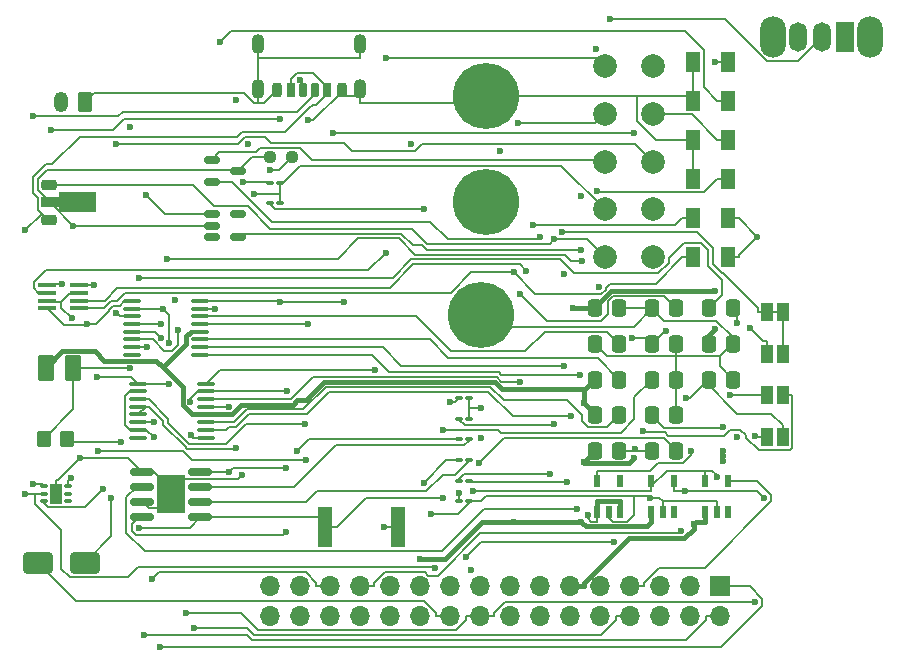
<source format=gbr>
%TF.GenerationSoftware,KiCad,Pcbnew,9.0.0*%
%TF.CreationDate,2025-03-28T15:52:13+02:00*%
%TF.ProjectId,EEE3088F_2025_Project,45454533-3038-4384-965f-323032355f50,rev?*%
%TF.SameCoordinates,Original*%
%TF.FileFunction,Copper,L1,Top*%
%TF.FilePolarity,Positive*%
%FSLAX46Y46*%
G04 Gerber Fmt 4.6, Leading zero omitted, Abs format (unit mm)*
G04 Created by KiCad (PCBNEW 9.0.0) date 2025-03-28 15:52:13*
%MOMM*%
%LPD*%
G01*
G04 APERTURE LIST*
G04 Aperture macros list*
%AMRoundRect*
0 Rectangle with rounded corners*
0 $1 Rounding radius*
0 $2 $3 $4 $5 $6 $7 $8 $9 X,Y pos of 4 corners*
0 Add a 4 corners polygon primitive as box body*
4,1,4,$2,$3,$4,$5,$6,$7,$8,$9,$2,$3,0*
0 Add four circle primitives for the rounded corners*
1,1,$1+$1,$2,$3*
1,1,$1+$1,$4,$5*
1,1,$1+$1,$6,$7*
1,1,$1+$1,$8,$9*
0 Add four rect primitives between the rounded corners*
20,1,$1+$1,$2,$3,$4,$5,0*
20,1,$1+$1,$4,$5,$6,$7,0*
20,1,$1+$1,$6,$7,$8,$9,0*
20,1,$1+$1,$8,$9,$2,$3,0*%
%AMFreePoly0*
4,1,9,3.862500,-0.866500,0.737500,-0.866500,0.737500,-0.450000,-0.737500,-0.450000,-0.737500,0.450000,0.737500,0.450000,0.737500,0.866500,3.862500,0.866500,3.862500,-0.866500,3.862500,-0.866500,$1*%
G04 Aperture macros list end*
%TA.AperFunction,SMDPad,CuDef*%
%ADD10RoundRect,0.100000X-0.217500X-0.100000X0.217500X-0.100000X0.217500X0.100000X-0.217500X0.100000X0*%
%TD*%
%TA.AperFunction,SMDPad,CuDef*%
%ADD11RoundRect,0.150000X-0.512500X-0.150000X0.512500X-0.150000X0.512500X0.150000X-0.512500X0.150000X0*%
%TD*%
%TA.AperFunction,SMDPad,CuDef*%
%ADD12RoundRect,0.237500X-0.250000X-0.237500X0.250000X-0.237500X0.250000X0.237500X-0.250000X0.237500X0*%
%TD*%
%TA.AperFunction,SMDPad,CuDef*%
%ADD13R,0.622500X1.105000*%
%TD*%
%TA.AperFunction,SMDPad,CuDef*%
%ADD14RoundRect,0.100000X-0.680000X-0.100000X0.680000X-0.100000X0.680000X0.100000X-0.680000X0.100000X0*%
%TD*%
%TA.AperFunction,SMDPad,CuDef*%
%ADD15RoundRect,0.225000X-0.425000X-0.225000X0.425000X-0.225000X0.425000X0.225000X-0.425000X0.225000X0*%
%TD*%
%TA.AperFunction,SMDPad,CuDef*%
%ADD16FreePoly0,0.000000*%
%TD*%
%TA.AperFunction,SMDPad,CuDef*%
%ADD17RoundRect,0.150000X-0.825000X-0.150000X0.825000X-0.150000X0.825000X0.150000X-0.825000X0.150000X0*%
%TD*%
%TA.AperFunction,HeatsinkPad*%
%ADD18C,0.500000*%
%TD*%
%TA.AperFunction,HeatsinkPad*%
%ADD19R,2.410000X3.300000*%
%TD*%
%TA.AperFunction,SMDPad,CuDef*%
%ADD20RoundRect,0.075000X-0.247500X-0.075000X0.247500X-0.075000X0.247500X0.075000X-0.247500X0.075000X0*%
%TD*%
%TA.AperFunction,HeatsinkPad*%
%ADD21R,1.010000X1.700000*%
%TD*%
%TA.AperFunction,SMDPad,CuDef*%
%ADD22RoundRect,0.100000X-0.637500X-0.100000X0.637500X-0.100000X0.637500X0.100000X-0.637500X0.100000X0*%
%TD*%
%TA.AperFunction,ComponentPad*%
%ADD23C,2.000000*%
%TD*%
%TA.AperFunction,ComponentPad*%
%ADD24O,2.200000X3.500000*%
%TD*%
%TA.AperFunction,ComponentPad*%
%ADD25R,1.500000X2.500000*%
%TD*%
%TA.AperFunction,ComponentPad*%
%ADD26O,1.500000X2.500000*%
%TD*%
%TA.AperFunction,SMDPad,CuDef*%
%ADD27R,1.207500X1.701000*%
%TD*%
%TA.AperFunction,SMDPad,CuDef*%
%ADD28RoundRect,0.250000X-0.350000X-0.450000X0.350000X-0.450000X0.350000X0.450000X-0.350000X0.450000X0*%
%TD*%
%TA.AperFunction,SMDPad,CuDef*%
%ADD29R,1.282500X3.456000*%
%TD*%
%TA.AperFunction,SMDPad,CuDef*%
%ADD30RoundRect,0.250001X-0.462499X-0.849999X0.462499X-0.849999X0.462499X0.849999X-0.462499X0.849999X0*%
%TD*%
%TA.AperFunction,SMDPad,CuDef*%
%ADD31R,1.000000X1.500000*%
%TD*%
%TA.AperFunction,ComponentPad*%
%ADD32RoundRect,0.250000X0.350000X0.625000X-0.350000X0.625000X-0.350000X-0.625000X0.350000X-0.625000X0*%
%TD*%
%TA.AperFunction,ComponentPad*%
%ADD33O,1.200000X1.750000*%
%TD*%
%TA.AperFunction,SMDPad,CuDef*%
%ADD34RoundRect,0.175000X0.175000X0.425000X-0.175000X0.425000X-0.175000X-0.425000X0.175000X-0.425000X0*%
%TD*%
%TA.AperFunction,SMDPad,CuDef*%
%ADD35RoundRect,0.190000X-0.190000X-0.410000X0.190000X-0.410000X0.190000X0.410000X-0.190000X0.410000X0*%
%TD*%
%TA.AperFunction,SMDPad,CuDef*%
%ADD36RoundRect,0.200000X-0.200000X-0.400000X0.200000X-0.400000X0.200000X0.400000X-0.200000X0.400000X0*%
%TD*%
%TA.AperFunction,SMDPad,CuDef*%
%ADD37RoundRect,0.175000X-0.175000X-0.425000X0.175000X-0.425000X0.175000X0.425000X-0.175000X0.425000X0*%
%TD*%
%TA.AperFunction,SMDPad,CuDef*%
%ADD38RoundRect,0.190000X0.190000X0.410000X-0.190000X0.410000X-0.190000X-0.410000X0.190000X-0.410000X0*%
%TD*%
%TA.AperFunction,SMDPad,CuDef*%
%ADD39RoundRect,0.200000X0.200000X0.400000X-0.200000X0.400000X-0.200000X-0.400000X0.200000X-0.400000X0*%
%TD*%
%TA.AperFunction,HeatsinkPad*%
%ADD40O,1.100000X1.700000*%
%TD*%
%TA.AperFunction,ComponentPad*%
%ADD41R,1.700000X1.700000*%
%TD*%
%TA.AperFunction,ComponentPad*%
%ADD42O,1.700000X1.700000*%
%TD*%
%TA.AperFunction,ComponentPad*%
%ADD43C,5.600000*%
%TD*%
%TA.AperFunction,SMDPad,CuDef*%
%ADD44RoundRect,0.250000X-1.000000X-0.650000X1.000000X-0.650000X1.000000X0.650000X-1.000000X0.650000X0*%
%TD*%
%TA.AperFunction,SMDPad,CuDef*%
%ADD45RoundRect,0.250000X-0.337500X-0.475000X0.337500X-0.475000X0.337500X0.475000X-0.337500X0.475000X0*%
%TD*%
%TA.AperFunction,ViaPad*%
%ADD46C,0.600000*%
%TD*%
%TA.AperFunction,Conductor*%
%ADD47C,0.200000*%
%TD*%
%TA.AperFunction,Conductor*%
%ADD48C,0.400000*%
%TD*%
G04 APERTURE END LIST*
D10*
%TO.P,D1,2,A*%
%TO.N,/5V*%
X132980000Y-79810000D03*
%TO.P,D1,1,K*%
%TO.N,Net-(D1-K)*%
X132165000Y-79810000D03*
%TD*%
%TO.P,D3,2,A*%
%TO.N,/5V*%
X132980000Y-81560000D03*
%TO.P,D3,1,K*%
%TO.N,Net-(D3-K)*%
X132165000Y-81560000D03*
%TD*%
D11*
%TO.P,Q2,3,S*%
%TO.N,GND*%
X129500000Y-78825000D03*
%TO.P,Q2,2,G*%
%TO.N,/FAST_CHARGE_CTRL*%
X127225000Y-79775000D03*
%TO.P,Q2,1,D*%
%TO.N,Net-(Q2-D)*%
X127225000Y-77875000D03*
%TD*%
D12*
%TO.P,R7,2*%
%TO.N,Net-(U6-VSET)*%
X134025000Y-77680000D03*
%TO.P,R7,1*%
%TO.N,GND*%
X132200000Y-77680000D03*
%TD*%
D11*
%TO.P,U5,5,NC*%
%TO.N,unconnected-(U5-NC-Pad5)*%
X129500000Y-82500000D03*
%TO.P,U5,4,VOUT*%
%TO.N,/5V Out*%
X129500000Y-84400000D03*
%TO.P,U5,3,NC*%
%TO.N,unconnected-(U5-NC-Pad3)*%
X127225000Y-84400000D03*
%TO.P,U5,2,GND*%
%TO.N,GND*%
X127225000Y-83450000D03*
%TO.P,U5,1,SW*%
%TO.N,Net-(D2-A)*%
X127225000Y-82500000D03*
%TD*%
D13*
%TO.P,U11,5,IN*%
%TO.N,/5V Out*%
X169032800Y-105067500D03*
%TO.P,U11,4,EN*%
%TO.N,/CTRL_EXT_LOAD2*%
X170931800Y-105067500D03*
%TO.P,U11,3,~{FLG}*%
%TO.N,unconnected-(U11-~{FLG}-Pad3)*%
X170931800Y-107667500D03*
%TO.P,U11,2,GND*%
%TO.N,GND*%
X169981800Y-107667500D03*
%TO.P,U11,1,OUT*%
%TO.N,/EXT_LOAD2_OUT*%
X169032800Y-107667500D03*
%TD*%
D14*
%TO.P,U10,1,IN+*%
%TO.N,/IN+*%
X113300000Y-88500000D03*
%TO.P,U10,2,IN-*%
%TO.N,/IN-*%
X113300000Y-89150000D03*
%TO.P,U10,3,GND*%
%TO.N,GND*%
X113300000Y-89810000D03*
%TO.P,U10,4,VS*%
%TO.N,/3V3 Out*%
X113300000Y-90460000D03*
%TO.P,U10,5,SCL*%
%TO.N,/I2C1_SCL*%
X116000000Y-90460000D03*
%TO.P,U10,6,SDA*%
%TO.N,/I2C1_SDA*%
X116000000Y-89810000D03*
%TO.P,U10,7,A0*%
%TO.N,GND*%
X116000000Y-89150000D03*
%TO.P,U10,8,A1*%
%TO.N,/3V3 Out*%
X116000000Y-88500000D03*
%TD*%
D15*
%TO.P,U9,1,OUT*%
%TO.N,Net-(JP3-B)*%
X113500000Y-80000000D03*
D16*
%TO.P,U9,2,GND*%
%TO.N,GND*%
X113587500Y-81500000D03*
D15*
%TO.P,U9,3,IN*%
%TO.N,/HV*%
X113500000Y-83000000D03*
%TD*%
D17*
%TO.P,U8,1,TEMP*%
%TO.N,GND*%
X121325000Y-104295000D03*
%TO.P,U8,2,PROG*%
%TO.N,Net-(JP1-A)*%
X121325000Y-105565000D03*
%TO.P,U8,3,GND*%
%TO.N,GND*%
X121325000Y-106835000D03*
%TO.P,U8,4,V_{CC}*%
%TO.N,/5V*%
X121325000Y-108105000D03*
%TO.P,U8,5,BAT*%
%TO.N,/IN+*%
X126275000Y-108105000D03*
%TO.P,U8,6,~{STDBY}*%
%TO.N,Net-(U8-~{STDBY})*%
X126275000Y-106835000D03*
%TO.P,U8,7,~{CHRG}*%
%TO.N,Net-(U8-~{CHRG})*%
X126275000Y-105565000D03*
%TO.P,U8,8,CE*%
%TO.N,/5V*%
X126275000Y-104295000D03*
D18*
%TO.P,U8,9,EPAD*%
%TO.N,GND*%
X123100000Y-105000000D03*
X123100000Y-106200000D03*
X123100000Y-107400000D03*
D19*
X123800000Y-106200000D03*
D18*
X124500000Y-105000000D03*
X124500000Y-106200000D03*
X124500000Y-107400000D03*
%TD*%
D13*
%TO.P,U7,1,OUT*%
%TO.N,/EXT_LOAD1_OUT*%
X164466500Y-107667500D03*
%TO.P,U7,2,GND*%
%TO.N,GND*%
X165415500Y-107667500D03*
%TO.P,U7,3,~{FLG}*%
%TO.N,unconnected-(U7-~{FLG}-Pad3)*%
X166365500Y-107667500D03*
%TO.P,U7,4,EN*%
%TO.N,/CTRL_EXT_LOAD1*%
X166365500Y-105067500D03*
%TO.P,U7,5,IN*%
%TO.N,/5V Out*%
X164466500Y-105067500D03*
%TD*%
D20*
%TO.P,U6,1,CC1*%
%TO.N,Net-(J2-CC1)*%
X113000000Y-105500000D03*
%TO.P,U6,2,VBUS*%
%TO.N,/HV*%
X113000000Y-106150000D03*
%TO.P,U6,3,VSET*%
%TO.N,Net-(U6-VSET)*%
X113000000Y-106800000D03*
%TO.P,U6,4,D+*%
%TO.N,unconnected-(U6-D+-Pad4)*%
X115055000Y-106800000D03*
%TO.P,U6,5,D-*%
%TO.N,unconnected-(U6-D--Pad5)*%
X115055000Y-106150000D03*
%TO.P,U6,6,CC2*%
%TO.N,Net-(J2-CC2)*%
X115055000Y-105500000D03*
D21*
%TO.P,U6,7,GND*%
%TO.N,GND*%
X114027500Y-106150000D03*
%TD*%
D13*
%TO.P,U4,1,VIN*%
%TO.N,/Battery*%
X159900300Y-107667500D03*
%TO.P,U4,2,GND*%
%TO.N,GND*%
X160849300Y-107667500D03*
%TO.P,U4,3,EN*%
%TO.N,/Battery*%
X161799300Y-107667500D03*
%TO.P,U4,4,NC*%
%TO.N,unconnected-(U4-NC-Pad4)*%
X161799300Y-105067500D03*
%TO.P,U4,5,VOUT*%
%TO.N,Net-(JP4-B)*%
X159900300Y-105067500D03*
%TD*%
D22*
%TO.P,U2,1,~{SLEEP}*%
%TO.N,/3V3 Out*%
X121000000Y-96850000D03*
%TO.P,U2,2,AOUT1*%
%TO.N,/MOTOR3_A_OUT*%
X121000000Y-97500000D03*
%TO.P,U2,3,AISEN*%
%TO.N,Net-(U2-AISEN)*%
X121000000Y-98150000D03*
%TO.P,U2,4,AOUT2*%
%TO.N,/MOTOR3_B_OUT*%
X121000000Y-98800000D03*
%TO.P,U2,5,BOUT2*%
X121000000Y-99450000D03*
%TO.P,U2,6,BISEN*%
%TO.N,Net-(U2-BISEN)*%
X121000000Y-100100000D03*
%TO.P,U2,7,BOUT1*%
%TO.N,/MOTOR3_A_OUT*%
X121000000Y-100750000D03*
%TO.P,U2,8,~{FAULT}*%
%TO.N,unconnected-(U2-~{FAULT}-Pad8)*%
X121000000Y-101400000D03*
%TO.P,U2,9,BIN1*%
%TO.N,/MOTOR4_CTRL1*%
X126725000Y-101400000D03*
%TO.P,U2,10,BIN2*%
%TO.N,/MOTOR4_CTRL2*%
X126725000Y-100750000D03*
%TO.P,U2,11,VCP*%
%TO.N,Net-(U2-VCP)*%
X126725000Y-100100000D03*
%TO.P,U2,12,VM*%
%TO.N,/Battery*%
X126725000Y-99450000D03*
%TO.P,U2,13,GND*%
%TO.N,GND*%
X126725000Y-98800000D03*
%TO.P,U2,14,VINT*%
%TO.N,Net-(U2-VINT)*%
X126725000Y-98150000D03*
%TO.P,U2,15,AIN2*%
%TO.N,/MOTOR3_CTRL2*%
X126725000Y-97500000D03*
%TO.P,U2,16,AIN1*%
%TO.N,/MOTOR3_CTRL1*%
X126725000Y-96850000D03*
%TD*%
%TO.P,U1,1,~{SLEEP}*%
%TO.N,/3V3 Out*%
X120500000Y-89850000D03*
%TO.P,U1,2,AOUT1*%
%TO.N,/MOTOR1_A_OUT*%
X120500000Y-90500000D03*
%TO.P,U1,3,AISEN*%
%TO.N,Net-(U1-AISEN)*%
X120500000Y-91150000D03*
%TO.P,U1,4,AOUT2*%
%TO.N,/MOTOR1_B_OUT*%
X120500000Y-91800000D03*
%TO.P,U1,5,BOUT2*%
%TO.N,/Motor2_B_OUT*%
X120500000Y-92450000D03*
%TO.P,U1,6,BISEN*%
%TO.N,Net-(U1-BISEN)*%
X120500000Y-93100000D03*
%TO.P,U1,7,BOUT1*%
%TO.N,/Motor2_A_OUT*%
X120500000Y-93750000D03*
%TO.P,U1,8,~{FAULT}*%
%TO.N,unconnected-(U1-~{FAULT}-Pad8)*%
X120500000Y-94400000D03*
%TO.P,U1,9,BIN1*%
%TO.N,/MOTOR2_CTRL1*%
X126225000Y-94400000D03*
%TO.P,U1,10,BIN2*%
%TO.N,/MOTOR2_CTRL2*%
X126225000Y-93750000D03*
%TO.P,U1,11,VCP*%
%TO.N,Net-(U1-VCP)*%
X126225000Y-93100000D03*
%TO.P,U1,12,VM*%
%TO.N,/Battery*%
X126225000Y-92450000D03*
%TO.P,U1,13,GND*%
%TO.N,GND*%
X126225000Y-91800000D03*
%TO.P,U1,14,VINT*%
%TO.N,Net-(U1-VINT)*%
X126225000Y-91150000D03*
%TO.P,U1,15,AIN2*%
%TO.N,/MOTOR1_CTRL2*%
X126225000Y-90500000D03*
%TO.P,U1,16,AIN1*%
%TO.N,/MOTOR1_CTRL1*%
X126225000Y-89850000D03*
%TD*%
D23*
%TO.P,TP12,1,1*%
%TO.N,Net-(JP4-B)*%
X164566800Y-86138200D03*
%TD*%
%TO.P,TP10,1,1*%
%TO.N,/EXT_LOAD2_OUT*%
X164566800Y-82088200D03*
%TD*%
%TO.P,TP9,1,1*%
%TO.N,Net-(U1-AISEN)*%
X164566800Y-78038200D03*
%TD*%
%TO.P,TP8,1,1*%
%TO.N,Net-(U2-AISEN)*%
X164566800Y-73988200D03*
%TD*%
%TO.P,TP7,1,1*%
%TO.N,/5V Out*%
X164566800Y-69938200D03*
%TD*%
%TO.P,TP6,1,1*%
%TO.N,Net-(JP3-B)*%
X160516800Y-86138200D03*
%TD*%
%TO.P,TP4,1,1*%
%TO.N,/5V*%
X160516800Y-82088200D03*
%TD*%
%TO.P,TP3,1,1*%
%TO.N,Net-(Q2-D)*%
X160516800Y-78038200D03*
%TD*%
%TO.P,TP2,1,1*%
%TO.N,/EXT_LOAD1_OUT*%
X160516800Y-73988200D03*
%TD*%
%TO.P,TP1,1,1*%
%TO.N,/IN-*%
X160516800Y-69938200D03*
%TD*%
D24*
%TO.P,SW1,*%
%TO.N,*%
X183000000Y-67500000D03*
X174800000Y-67500000D03*
D25*
%TO.P,SW1,1,A*%
%TO.N,/Battery*%
X180900000Y-67500000D03*
D26*
%TO.P,SW1,2,B*%
%TO.N,/IN-*%
X178900000Y-67500000D03*
%TO.P,SW1,3,C*%
%TO.N,unconnected-(SW1-C-Pad3)*%
X176900000Y-67500000D03*
%TD*%
D27*
%TO.P,R16,1*%
%TO.N,/I2C1_SCL*%
X168000000Y-86121000D03*
%TO.P,R16,2*%
%TO.N,/3V3 Out*%
X170958000Y-86121000D03*
%TD*%
%TO.P,R15,1*%
%TO.N,/I2C1_SDA*%
X168000000Y-82810500D03*
%TO.P,R15,2*%
%TO.N,/3V3 Out*%
X170958000Y-82810500D03*
%TD*%
D10*
%TO.P,R12,1*%
%TO.N,Net-(JP2-A)*%
X148212500Y-106800000D03*
%TO.P,R12,2*%
%TO.N,GND*%
X149027500Y-106800000D03*
%TD*%
D28*
%TO.P,R11,1*%
%TO.N,Net-(D2-A)*%
X113000000Y-101500000D03*
%TO.P,R11,2*%
%TO.N,Net-(C13-Pad1)*%
X115000000Y-101500000D03*
%TD*%
D29*
%TO.P,R9,1*%
%TO.N,/IN+*%
X136870800Y-109007700D03*
%TO.P,R9,2*%
%TO.N,/IN-*%
X143003800Y-109007700D03*
%TD*%
D10*
%TO.P,R8,1*%
%TO.N,Net-(Q2-D)*%
X148212500Y-105050000D03*
%TO.P,R8,2*%
%TO.N,Net-(JP1-A)*%
X149027500Y-105050000D03*
%TD*%
%TO.P,R6,1*%
%TO.N,Net-(D3-K)*%
X148212500Y-103300000D03*
%TO.P,R6,2*%
%TO.N,Net-(U8-~{STDBY})*%
X149027500Y-103300000D03*
%TD*%
%TO.P,R5,1*%
%TO.N,Net-(D1-K)*%
X148212500Y-101550000D03*
%TO.P,R5,2*%
%TO.N,Net-(U8-~{CHRG})*%
X149027500Y-101550000D03*
%TD*%
D27*
%TO.P,R4,1*%
%TO.N,GND*%
X168000000Y-79500000D03*
%TO.P,R4,2*%
%TO.N,Net-(U2-BISEN)*%
X170958000Y-79500000D03*
%TD*%
%TO.P,R3,1*%
%TO.N,GND*%
X168000000Y-76189500D03*
%TO.P,R3,2*%
%TO.N,Net-(U2-AISEN)*%
X170958000Y-76189500D03*
%TD*%
%TO.P,R2,1*%
%TO.N,GND*%
X168000000Y-72879000D03*
%TO.P,R2,2*%
%TO.N,Net-(U1-BISEN)*%
X170958000Y-72879000D03*
%TD*%
%TO.P,R1,1*%
%TO.N,GND*%
X168000000Y-69568500D03*
%TO.P,R1,2*%
%TO.N,Net-(U1-AISEN)*%
X170958000Y-69568500D03*
%TD*%
D30*
%TO.P,L1,1,1*%
%TO.N,/Battery*%
X113175000Y-95500000D03*
%TO.P,L1,2,2*%
%TO.N,Net-(D2-A)*%
X115500000Y-95500000D03*
%TD*%
D31*
%TO.P,JP4,1,A*%
%TO.N,/3V3 Out*%
X174277500Y-101390000D03*
%TO.P,JP4,2,B*%
%TO.N,Net-(JP4-B)*%
X175577500Y-101390000D03*
%TD*%
%TO.P,JP3,1,A*%
%TO.N,/5V*%
X174277500Y-97840000D03*
%TO.P,JP3,2,B*%
%TO.N,Net-(JP3-B)*%
X175577500Y-97840000D03*
%TD*%
%TO.P,JP2,1,A*%
%TO.N,Net-(JP2-A)*%
X174277500Y-94290000D03*
%TO.P,JP2,2,B*%
%TO.N,Net-(JP1-A)*%
X175577500Y-94290000D03*
%TD*%
%TO.P,JP1,1,A*%
%TO.N,Net-(JP1-A)*%
X174277500Y-90740000D03*
%TO.P,JP1,2,B*%
X175577500Y-90740000D03*
%TD*%
D32*
%TO.P,J3,1,Pin_1*%
%TO.N,GND*%
X116500000Y-73000000D03*
D33*
%TO.P,J3,2,Pin_2*%
%TO.N,/IN+*%
X114500000Y-73000000D03*
%TD*%
D34*
%TO.P,J2,A5,CC1*%
%TO.N,Net-(J2-CC1)*%
X136000000Y-72000000D03*
D35*
%TO.P,J2,A9,VBUS*%
%TO.N,/HV*%
X133980000Y-72000000D03*
D36*
%TO.P,J2,A12,GND*%
%TO.N,GND*%
X132750000Y-72000000D03*
D37*
%TO.P,J2,B5,CC2*%
%TO.N,Net-(J2-CC2)*%
X135000000Y-72000000D03*
D38*
%TO.P,J2,B9,VBUS*%
%TO.N,/HV*%
X137020000Y-72000000D03*
D39*
%TO.P,J2,B12,GND*%
%TO.N,GND*%
X138250000Y-72000000D03*
D40*
%TO.P,J2,S1,Shield*%
X139820000Y-71920000D03*
X139820000Y-68120000D03*
X131180000Y-71920000D03*
X131180000Y-68120000D03*
%TD*%
D41*
%TO.P,J1,1,Pin_1*%
%TO.N,/Motor2_B_OUT*%
X170280000Y-114000000D03*
D42*
%TO.P,J1,2,Pin_2*%
%TO.N,/Motor2_A_OUT*%
X170280000Y-116540000D03*
%TO.P,J1,3,Pin_3*%
%TO.N,/Motor4_A_OUT*%
X167740000Y-114000000D03*
%TO.P,J1,4,Pin_4*%
%TO.N,/MOTOR2_CTRL1*%
X167740000Y-116540000D03*
%TO.P,J1,5,Pin_5*%
%TO.N,/Motor4_B_OUT*%
X165200000Y-114000000D03*
%TO.P,J1,6,Pin_6*%
%TO.N,/MOTOR2_CTRL2*%
X165200000Y-116540000D03*
%TO.P,J1,7,Pin_7*%
%TO.N,/CTRL_EXT_LOAD2*%
X162660000Y-114000000D03*
%TO.P,J1,8,Pin_8*%
%TO.N,/MOTOR4_CTRL1*%
X162660000Y-116540000D03*
%TO.P,J1,9,Pin_9*%
%TO.N,/USART2_RX*%
X160120000Y-114000000D03*
%TO.P,J1,10,Pin_10*%
%TO.N,/MOTOR4_CTRL2*%
X160120000Y-116540000D03*
%TO.P,J1,11,Pin_11*%
%TO.N,/EXT_LOAD2_OUT*%
X157580000Y-114000000D03*
%TO.P,J1,12,Pin_12*%
%TO.N,/USART2_TX*%
X157580000Y-116540000D03*
%TO.P,J1,13,Pin_13*%
%TO.N,/FAST_CHARGE_CTRL*%
X155040000Y-114000000D03*
%TO.P,J1,14,Pin_14*%
%TO.N,/Battery*%
X155040000Y-116540000D03*
%TO.P,J1,15,Pin_15*%
%TO.N,unconnected-(J1-Pin_15-Pad15)*%
X152500000Y-114000000D03*
%TO.P,J1,16,Pin_16*%
%TO.N,/I2C1_SCL*%
X152500000Y-116540000D03*
%TO.P,J1,17,Pin_17*%
%TO.N,/I2C1_SDA*%
X149960000Y-114000000D03*
%TO.P,J1,18,Pin_18*%
%TO.N,/3V3 Out*%
X149960000Y-116540000D03*
%TO.P,J1,19,Pin_19*%
%TO.N,GND*%
X147420000Y-114000000D03*
%TO.P,J1,20,Pin_20*%
%TO.N,/5V Out*%
X147420000Y-116540000D03*
%TO.P,J1,21,Pin_21*%
%TO.N,/EXT_LOAD1_OUT*%
X144880000Y-114000000D03*
%TO.P,J1,22,Pin_22*%
%TO.N,/HV*%
X144880000Y-116540000D03*
%TO.P,J1,23,Pin_23*%
%TO.N,GND*%
X142340000Y-114000000D03*
%TO.P,J1,24,Pin_24*%
%TO.N,/MOTOR3_CTRL1*%
X142340000Y-116540000D03*
%TO.P,J1,25,Pin_25*%
%TO.N,/CTRL_EXT_LOAD1*%
X139800000Y-114000000D03*
%TO.P,J1,26,Pin_26*%
%TO.N,/MOTOR3_CTRL2*%
X139800000Y-116540000D03*
%TO.P,J1,27,Pin_27*%
%TO.N,/MOTOR3_A_OUT*%
X137260000Y-114000000D03*
%TO.P,J1,28,Pin_28*%
%TO.N,/MOTOR1_CTRL1*%
X137260000Y-116540000D03*
%TO.P,J1,29,Pin_29*%
%TO.N,/MOTOR3_B_OUT*%
X134720000Y-114000000D03*
%TO.P,J1,30,Pin_30*%
%TO.N,/MOTOR1_CTRL2*%
X134720000Y-116540000D03*
%TO.P,J1,31,Pin_31*%
%TO.N,/MOTOR1_B_OUT*%
X132180000Y-114000000D03*
%TO.P,J1,32,Pin_32*%
%TO.N,/MOTOR1_A_OUT*%
X132180000Y-116540000D03*
%TD*%
D43*
%TO.P,H3,1*%
%TO.N,GND*%
X150000000Y-91000000D03*
%TD*%
%TO.P,H2,1*%
%TO.N,GND*%
X150500000Y-81500000D03*
%TD*%
%TO.P,H1,1*%
%TO.N,GND*%
X150500000Y-72500000D03*
%TD*%
D44*
%TO.P,D2,1,K*%
%TO.N,/5V Out*%
X112500000Y-112000000D03*
%TO.P,D2,2,A*%
%TO.N,Net-(D2-A)*%
X116500000Y-112000000D03*
%TD*%
D45*
%TO.P,C17,1*%
%TO.N,Net-(JP4-B)*%
X169310000Y-96490000D03*
%TO.P,C17,2*%
%TO.N,GND*%
X171385000Y-96490000D03*
%TD*%
D10*
%TO.P,C16,1*%
%TO.N,Net-(JP3-B)*%
X148212500Y-99800000D03*
%TO.P,C16,2*%
%TO.N,GND*%
X149027500Y-99800000D03*
%TD*%
%TO.P,C15,1*%
%TO.N,/HV*%
X148212500Y-98050000D03*
%TO.P,C15,2*%
%TO.N,GND*%
X149027500Y-98050000D03*
%TD*%
D45*
%TO.P,C14,1*%
%TO.N,/Battery*%
X169310000Y-93480000D03*
%TO.P,C14,2*%
%TO.N,GND*%
X171385000Y-93480000D03*
%TD*%
%TO.P,C13,1*%
%TO.N,Net-(C13-Pad1)*%
X169310000Y-90470000D03*
%TO.P,C13,2*%
%TO.N,/5V Out*%
X171385000Y-90470000D03*
%TD*%
%TO.P,C12,1*%
%TO.N,GND*%
X164500000Y-102510000D03*
%TO.P,C12,2*%
%TO.N,/HV*%
X166575000Y-102510000D03*
%TD*%
%TO.P,C11,1*%
%TO.N,/5V Out*%
X164500000Y-99500000D03*
%TO.P,C11,2*%
%TO.N,GND*%
X166575000Y-99500000D03*
%TD*%
%TO.P,C8,1*%
%TO.N,/IN+*%
X164500000Y-96490000D03*
%TO.P,C8,2*%
%TO.N,GND*%
X166575000Y-96490000D03*
%TD*%
%TO.P,C7,1*%
%TO.N,/5V*%
X164500000Y-93480000D03*
%TO.P,C7,2*%
%TO.N,GND*%
X166575000Y-93480000D03*
%TD*%
%TO.P,C6,1*%
%TO.N,GND*%
X164500000Y-90470000D03*
%TO.P,C6,2*%
%TO.N,Net-(U2-VINT)*%
X166575000Y-90470000D03*
%TD*%
%TO.P,C5,1*%
%TO.N,/Battery*%
X159690000Y-102510000D03*
%TO.P,C5,2*%
%TO.N,GND*%
X161765000Y-102510000D03*
%TD*%
%TO.P,C4,1*%
%TO.N,/Battery*%
X159690000Y-99500000D03*
%TO.P,C4,2*%
%TO.N,Net-(U2-VCP)*%
X161765000Y-99500000D03*
%TD*%
%TO.P,C3,1*%
%TO.N,/Battery*%
X159690000Y-96490000D03*
%TO.P,C3,2*%
%TO.N,Net-(U1-VCP)*%
X161765000Y-96490000D03*
%TD*%
%TO.P,C2,1*%
%TO.N,GND*%
X159690000Y-93480000D03*
%TO.P,C2,2*%
%TO.N,Net-(U1-VINT)*%
X161765000Y-93480000D03*
%TD*%
%TO.P,C1,1*%
%TO.N,/Battery*%
X159690000Y-90470000D03*
%TO.P,C1,2*%
%TO.N,GND*%
X161765000Y-90470000D03*
%TD*%
D46*
%TO.N,/IN-*%
X161000000Y-66000000D03*
X141849000Y-108960000D03*
X141966000Y-69227800D03*
X141966000Y-85793100D03*
%TO.N,Net-(U6-VSET)*%
X135262000Y-103289000D03*
X132178000Y-78790800D03*
X117574400Y-102512000D03*
X118005500Y-105793200D03*
%TO.N,Net-(U2-BISEN)*%
X122366000Y-100100000D03*
X123488000Y-86297600D03*
X158609000Y-86462500D03*
X159889700Y-80568200D03*
%TO.N,Net-(U2-AISEN)*%
X162953000Y-75601700D03*
X135178000Y-100226000D03*
X137506300Y-75601700D03*
%TO.N,Net-(U1-BISEN)*%
X124093000Y-89739800D03*
X127926000Y-67904700D03*
X124370100Y-92325100D03*
%TO.N,Net-(U1-AISEN)*%
X169831000Y-69570300D03*
X119137800Y-76537500D03*
X119157300Y-90827800D03*
%TO.N,Net-(Q2-D)*%
X155854000Y-104513000D03*
X159797000Y-68520200D03*
%TO.N,Net-(JP2-A)*%
X172826000Y-92167600D03*
X148213000Y-106087000D03*
X148788200Y-111515600D03*
X161262500Y-110282000D03*
%TO.N,Net-(JP1-A)*%
X157097000Y-87551300D03*
X157291000Y-105194000D03*
X158194000Y-107465000D03*
X156925300Y-83981300D03*
%TO.N,Net-(J2-CC2)*%
X134700000Y-71158500D03*
X133045300Y-74438500D03*
X113635200Y-75404400D03*
X115288600Y-104836000D03*
%TO.N,Net-(J2-CC1)*%
X112125200Y-74188400D03*
X112125200Y-105366300D03*
%TO.N,/MOTOR1_CTRL2*%
X127540000Y-90500000D03*
%TO.N,/FAST_CHARGE_CTRL*%
X151644000Y-77174800D03*
X155040000Y-84397300D03*
%TO.N,/MOTOR3_B_OUT*%
X129333000Y-102288000D03*
%TO.N,/MOTOR3_CTRL1*%
X141090000Y-95669700D03*
%TO.N,/MOTOR2_CTRL2*%
X157050000Y-95303600D03*
%TO.N,/MOTOR1_B_OUT*%
X122974000Y-91800000D03*
%TO.N,/I2C1_SDA*%
X153838000Y-87280500D03*
X154426900Y-83379600D03*
%TO.N,/MOTOR4_CTRL2*%
X157671000Y-99562900D03*
%TO.N,/3V3 Out*%
X173427000Y-84390500D03*
X173254000Y-101300000D03*
X173254000Y-115352000D03*
X116648000Y-91804900D03*
X117512000Y-96234400D03*
X125060000Y-116282000D03*
X123587000Y-96850000D03*
X117316000Y-88500000D03*
%TO.N,/Motor2_A_OUT*%
X121543000Y-118112000D03*
X121741000Y-93750000D03*
%TO.N,/Motor2_B_OUT*%
X122828000Y-119101000D03*
X122974000Y-92944800D03*
%TO.N,/EXT_LOAD1_OUT*%
X158506000Y-108522000D03*
X144880000Y-111659400D03*
X152793700Y-108522000D03*
X153174700Y-74785800D03*
%TO.N,/CTRL_EXT_LOAD1*%
X174000000Y-106500000D03*
X167308400Y-105921700D03*
X167008800Y-109295000D03*
%TO.N,/MOTOR1_A_OUT*%
X123118000Y-90500000D03*
X123633500Y-93436300D03*
%TO.N,/EXT_LOAD2_OUT*%
X168040000Y-108727000D03*
%TO.N,/MOTOR4_CTRL1*%
X125742000Y-117510000D03*
X125467000Y-101220000D03*
%TO.N,/I2C1_SCL*%
X152800000Y-87389600D03*
%TO.N,/MOTOR3_CTRL2*%
X133636000Y-97432300D03*
X125395700Y-98413100D03*
%TO.N,/MOTOR2_CTRL1*%
X158439000Y-96067800D03*
%TO.N,/MOTOR3_A_OUT*%
X122145000Y-113408000D03*
X122357000Y-101394000D03*
%TO.N,/MOTOR1_CTRL1*%
X133035000Y-89948800D03*
X138422900Y-89899400D03*
%TO.N,Net-(D3-K)*%
X145175000Y-105209000D03*
X144126000Y-76551400D03*
X145175000Y-82069900D03*
%TO.N,Net-(D2-A)*%
X120296000Y-75067800D03*
X120296000Y-95511200D03*
X121701000Y-80878400D03*
X118748100Y-106529500D03*
%TO.N,Net-(D1-K)*%
X134489000Y-102552000D03*
X129314000Y-72857600D03*
X129920900Y-79768000D03*
%TO.N,Net-(JP4-B)*%
X167402000Y-98024900D03*
X167837100Y-102581800D03*
%TO.N,Net-(JP3-B)*%
X156249000Y-100277000D03*
X156256000Y-84619400D03*
X159993000Y-88630300D03*
X163722900Y-100807500D03*
%TO.N,Net-(C13-Pad1)*%
X121089000Y-87860100D03*
X119538000Y-101759000D03*
%TO.N,/HV*%
X147413000Y-98423100D03*
X111440000Y-83842900D03*
X111440000Y-106150000D03*
X146161000Y-112427000D03*
X149866000Y-103541000D03*
%TO.N,/5V Out*%
X170500000Y-100500000D03*
X170500000Y-102500000D03*
X170500000Y-103380000D03*
X170500000Y-103000000D03*
X171721000Y-91716900D03*
X171721000Y-101390000D03*
X158478000Y-80932200D03*
X149234000Y-112591000D03*
X149397000Y-105922000D03*
X169982000Y-104742000D03*
X158478000Y-85515600D03*
%TO.N,/IN+*%
X114597000Y-88391600D03*
X121095000Y-109020000D03*
X146811000Y-100735000D03*
X146811000Y-106532000D03*
%TO.N,/5V*%
X162859000Y-92976500D03*
X171112000Y-97840000D03*
X130334000Y-76526200D03*
X128716000Y-104316000D03*
X133507000Y-109386000D03*
X133507000Y-103973400D03*
X165673200Y-92401200D03*
X130821900Y-80760100D03*
%TO.N,Net-(U2-VINT)*%
X153344000Y-89232000D03*
X153344000Y-96673200D03*
%TO.N,GND*%
X135370000Y-74558400D03*
X145777000Y-107908000D03*
X150000000Y-101431000D03*
X128696000Y-98800000D03*
X129771000Y-104588000D03*
X115385000Y-91285800D03*
X116066000Y-103136000D03*
X115537500Y-83450000D03*
X163042100Y-102330600D03*
X164330200Y-106536600D03*
X150000000Y-98925000D03*
X135370000Y-91800000D03*
%TO.N,/Battery*%
X159069000Y-107939000D03*
X169821000Y-92241600D03*
X158730000Y-103470000D03*
X158730000Y-98516600D03*
X157794900Y-90470000D03*
X169821000Y-89006500D03*
X162987100Y-103139800D03*
%TD*%
D47*
%TO.N,GND*%
X163000000Y-107932550D02*
X163000000Y-106367600D01*
X161187050Y-108521000D02*
X162411550Y-108521000D01*
X162411550Y-108521000D02*
X163000000Y-107932550D01*
X160849300Y-107667500D02*
X160849300Y-108183250D01*
X163000000Y-106367600D02*
X150482900Y-106367600D01*
X160849300Y-108183250D02*
X161187050Y-108521000D01*
%TO.N,/IN-*%
X174219687Y-69551000D02*
X170668687Y-66000000D01*
X170668687Y-66000000D02*
X161000000Y-66000000D01*
X176849000Y-69551000D02*
X174219687Y-69551000D01*
X178900000Y-67500000D02*
X176849000Y-69551000D01*
X142013200Y-108960000D02*
X142060900Y-109007700D01*
X141849000Y-108960000D02*
X142013200Y-108960000D01*
X143003800Y-109007700D02*
X142060900Y-109007700D01*
X159806400Y-69227800D02*
X160516800Y-69938200D01*
X141966000Y-69227800D02*
X159806400Y-69227800D01*
X112568800Y-89150000D02*
X113300000Y-89150000D01*
X112199400Y-88780600D02*
X112568800Y-89150000D01*
X112199400Y-88226800D02*
X112199400Y-88780600D01*
X113175000Y-87251200D02*
X112199400Y-88226800D01*
X140507900Y-87251200D02*
X113175000Y-87251200D01*
X141966000Y-85793100D02*
X140507900Y-87251200D01*
%TO.N,Net-(U6-VSET)*%
X132914200Y-78790800D02*
X132178000Y-78790800D01*
X134025000Y-77680000D02*
X132914200Y-78790800D01*
X113000000Y-106939000D02*
X113000000Y-106800000D01*
X113362700Y-107301700D02*
X113000000Y-106939000D01*
X116497000Y-107301700D02*
X113362700Y-107301700D01*
X118005500Y-105793200D02*
X116497000Y-107301700D01*
X117609900Y-102547500D02*
X117574400Y-102512000D01*
X124794500Y-102547500D02*
X117609900Y-102547500D01*
X125536000Y-103289000D02*
X124794500Y-102547500D01*
X135262000Y-103289000D02*
X125536000Y-103289000D01*
%TO.N,Net-(U8-~{STDBY})*%
X135260200Y-106835000D02*
X126275000Y-106835000D01*
X136130000Y-105965200D02*
X135260200Y-106835000D01*
X145419000Y-105965200D02*
X136130000Y-105965200D01*
X146836300Y-104547900D02*
X145419000Y-105965200D01*
X147861400Y-104547900D02*
X146836300Y-104547900D01*
X149027500Y-103381800D02*
X147861400Y-104547900D01*
X149027500Y-103300000D02*
X149027500Y-103381800D01*
%TO.N,Net-(U8-~{CHRG})*%
X149027500Y-101655200D02*
X149027500Y-101550000D01*
X148630600Y-102052100D02*
X149027500Y-101655200D01*
X137727300Y-102052100D02*
X148630600Y-102052100D01*
X134214400Y-105565000D02*
X137727300Y-102052100D01*
X126275000Y-105565000D02*
X134214400Y-105565000D01*
%TO.N,Net-(U2-BISEN)*%
X122366000Y-100100000D02*
X121000000Y-100100000D01*
X157664100Y-86462500D02*
X158609000Y-86462500D01*
X157118900Y-85917300D02*
X157664100Y-86462500D01*
X144492700Y-85917300D02*
X157118900Y-85917300D01*
X143122500Y-84547100D02*
X144492700Y-85917300D01*
X139666200Y-84547100D02*
X143122500Y-84547100D01*
X137915700Y-86297600D02*
X139666200Y-84547100D01*
X123488000Y-86297600D02*
X137915700Y-86297600D01*
X170958000Y-79500000D02*
X170052600Y-79500000D01*
X159973700Y-80652200D02*
X159889700Y-80568200D01*
X168900400Y-80652200D02*
X159973700Y-80652200D01*
X170052600Y-79500000D02*
X168900400Y-80652200D01*
%TO.N,Net-(U2-AISEN)*%
X167894300Y-74031200D02*
X170052600Y-76189500D01*
X164609800Y-74031200D02*
X167894300Y-74031200D01*
X164566800Y-73988200D02*
X164609800Y-74031200D01*
X170958000Y-76189500D02*
X170052600Y-76189500D01*
X137506300Y-75601700D02*
X162953000Y-75601700D01*
X130132600Y-100226000D02*
X135178000Y-100226000D01*
X128449900Y-101908700D02*
X130132600Y-100226000D01*
X125291700Y-101908700D02*
X128449900Y-101908700D01*
X123557900Y-100174900D02*
X125291700Y-101908700D01*
X123557900Y-99804000D02*
X123557900Y-100174900D01*
X121903900Y-98150000D02*
X123557900Y-99804000D01*
X121000000Y-98150000D02*
X121903900Y-98150000D01*
%TO.N,Net-(U1-BISEN)*%
X124370100Y-93575800D02*
X124370100Y-92325100D01*
X123903800Y-94042100D02*
X124370100Y-93575800D01*
X123220400Y-94042100D02*
X123903800Y-94042100D01*
X122278300Y-93100000D02*
X123220400Y-94042100D01*
X120500000Y-93100000D02*
X122278300Y-93100000D01*
X168925900Y-71752300D02*
X170052600Y-72879000D01*
X168925900Y-68554000D02*
X168925900Y-71752300D01*
X167340200Y-66968300D02*
X168925900Y-68554000D01*
X128862400Y-66968300D02*
X167340200Y-66968300D01*
X127926000Y-67904700D02*
X128862400Y-66968300D01*
X170958000Y-72879000D02*
X170052600Y-72879000D01*
%TO.N,Net-(U1-AISEN)*%
X170050800Y-69570300D02*
X170052600Y-69568500D01*
X169831000Y-69570300D02*
X170050800Y-69570300D01*
X170958000Y-69568500D02*
X170052600Y-69568500D01*
X119479500Y-91150000D02*
X120500000Y-91150000D01*
X119157300Y-90827800D02*
X119479500Y-91150000D01*
X129471800Y-76537500D02*
X119137800Y-76537500D01*
X130084800Y-75924500D02*
X129471800Y-76537500D01*
X131725300Y-75924500D02*
X130084800Y-75924500D01*
X132300600Y-76499800D02*
X131725300Y-75924500D01*
X138418100Y-76499800D02*
X132300600Y-76499800D01*
X139089200Y-77170900D02*
X138418100Y-76499800D01*
X144461800Y-77170900D02*
X139089200Y-77170900D01*
X145067500Y-76565200D02*
X144461800Y-77170900D01*
X163093800Y-76565200D02*
X145067500Y-76565200D01*
X164566800Y-78038200D02*
X163093800Y-76565200D01*
%TO.N,Net-(Q2-D)*%
X148638800Y-104513000D02*
X155854000Y-104513000D01*
X148212500Y-104939300D02*
X148638800Y-104513000D01*
X148212500Y-105050000D02*
X148212500Y-104939300D01*
X160350900Y-77872300D02*
X160516800Y-78038200D01*
X135702300Y-77872300D02*
X160350900Y-77872300D01*
X134731500Y-76901500D02*
X135702300Y-77872300D01*
X131327600Y-76901500D02*
X134731500Y-76901500D01*
X131026000Y-77203100D02*
X131327600Y-76901500D01*
X127896900Y-77203100D02*
X131026000Y-77203100D01*
X127225000Y-77875000D02*
X127896900Y-77203100D01*
%TO.N,Net-(JP2-A)*%
X173896700Y-93238300D02*
X174277500Y-93238300D01*
X172826000Y-92167600D02*
X173896700Y-93238300D01*
X174277500Y-94290000D02*
X174277500Y-93238300D01*
X148212500Y-106087500D02*
X148212500Y-106800000D01*
X148213000Y-106087000D02*
X148212500Y-106087500D01*
X150021800Y-110282000D02*
X161262500Y-110282000D01*
X148788200Y-111515600D02*
X150021800Y-110282000D01*
%TO.N,Net-(JP1-A)*%
X149171500Y-105194000D02*
X149027500Y-105050000D01*
X157291000Y-105194000D02*
X149171500Y-105194000D01*
X175577500Y-90740000D02*
X175577500Y-94290000D01*
X120926300Y-105565000D02*
X121325000Y-105565000D01*
X120017800Y-106473500D02*
X120926300Y-105565000D01*
X120017800Y-109486000D02*
X120017800Y-106473500D01*
X121569200Y-111037400D02*
X120017800Y-109486000D01*
X146744200Y-111037400D02*
X121569200Y-111037400D01*
X150316600Y-107465000D02*
X146744200Y-111037400D01*
X158194000Y-107465000D02*
X150316600Y-107465000D01*
X175577500Y-90740000D02*
X174277500Y-90740000D01*
X168334800Y-83981300D02*
X156925300Y-83981300D01*
X169694700Y-85341200D02*
X168334800Y-83981300D01*
X169694700Y-86745400D02*
X169694700Y-85341200D01*
X170427500Y-87478200D02*
X169694700Y-86745400D01*
X170537800Y-87478200D02*
X170427500Y-87478200D01*
X173475800Y-90416200D02*
X170537800Y-87478200D01*
X173475800Y-90740000D02*
X173475800Y-90416200D01*
X174277500Y-90740000D02*
X173475800Y-90740000D01*
%TO.N,Net-(J2-CC2)*%
X135000000Y-71458500D02*
X135000000Y-72000000D01*
X134700000Y-71158500D02*
X135000000Y-71458500D01*
X115055000Y-105069600D02*
X115055000Y-105500000D01*
X115288600Y-104836000D02*
X115055000Y-105069600D01*
X118880000Y-75404400D02*
X113635200Y-75404400D01*
X119845900Y-74438500D02*
X118880000Y-75404400D01*
X133045300Y-74438500D02*
X119845900Y-74438500D01*
%TO.N,Net-(J2-CC1)*%
X112866300Y-105366300D02*
X113000000Y-105500000D01*
X112125200Y-105366300D02*
X112866300Y-105366300D01*
X119327800Y-74188400D02*
X112125200Y-74188400D01*
X119690900Y-73825300D02*
X119327800Y-74188400D01*
X134449900Y-73825300D02*
X119690900Y-73825300D01*
X136000000Y-72275200D02*
X134449900Y-73825300D01*
X136000000Y-72000000D02*
X136000000Y-72275200D01*
%TO.N,/MOTOR1_CTRL2*%
X127540000Y-90500000D02*
X126225000Y-90500000D01*
%TO.N,/FAST_CHARGE_CTRL*%
X154817900Y-84619400D02*
X155040000Y-84397300D01*
X147243200Y-84619400D02*
X154817900Y-84619400D01*
X145750700Y-83126900D02*
X147243200Y-84619400D01*
X132303600Y-83126900D02*
X145750700Y-83126900D01*
X128951700Y-79775000D02*
X132303600Y-83126900D01*
X127225000Y-79775000D02*
X128951700Y-79775000D01*
%TO.N,/MOTOR3_B_OUT*%
X121650000Y-98800000D02*
X121967700Y-98800000D01*
X121000000Y-99450000D02*
X121650000Y-98800000D01*
X121967700Y-98800000D02*
X121000000Y-98800000D01*
X123156200Y-99988500D02*
X121967700Y-98800000D01*
X123156200Y-100343400D02*
X123156200Y-99988500D01*
X124958600Y-102145800D02*
X123156200Y-100343400D01*
X124960800Y-102145800D02*
X124958600Y-102145800D01*
X125162000Y-102347000D02*
X124960800Y-102145800D01*
X129274000Y-102347000D02*
X125162000Y-102347000D01*
X129333000Y-102288000D02*
X129274000Y-102347000D01*
%TO.N,/MOTOR3_CTRL1*%
X127905300Y-95669700D02*
X126725000Y-96850000D01*
X141090000Y-95669700D02*
X127905300Y-95669700D01*
%TO.N,/MOTOR2_CTRL2*%
X141751500Y-93750000D02*
X126225000Y-93750000D01*
X143305100Y-95303600D02*
X141751500Y-93750000D01*
X157050000Y-95303600D02*
X143305100Y-95303600D01*
%TO.N,/MOTOR1_B_OUT*%
X122974000Y-91800000D02*
X120500000Y-91800000D01*
%TO.N,/I2C1_SDA*%
X168000000Y-82810500D02*
X167094600Y-82810500D01*
X157174500Y-83379600D02*
X154426900Y-83379600D01*
X157206300Y-83411400D02*
X157174500Y-83379600D01*
X166493700Y-83411400D02*
X157206300Y-83411400D01*
X167094600Y-82810500D02*
X166493700Y-83411400D01*
X118188300Y-89810000D02*
X116000000Y-89810000D01*
X119262000Y-88736300D02*
X118188300Y-89810000D01*
X142323000Y-88736300D02*
X119262000Y-88736300D01*
X144315800Y-86743500D02*
X142323000Y-88736300D01*
X153301000Y-86743500D02*
X144315800Y-86743500D01*
X153838000Y-87280500D02*
X153301000Y-86743500D01*
%TO.N,/MOTOR4_CTRL2*%
X152726900Y-99562900D02*
X157671000Y-99562900D01*
X150670400Y-97506400D02*
X152726900Y-99562900D01*
X137188100Y-97506400D02*
X150670400Y-97506400D01*
X135268200Y-99426300D02*
X137188100Y-97506400D01*
X130364300Y-99426300D02*
X135268200Y-99426300D01*
X129288900Y-100501700D02*
X130364300Y-99426300D01*
X128720900Y-100501700D02*
X129288900Y-100501700D01*
X128472600Y-100750000D02*
X128720900Y-100501700D01*
X126725000Y-100750000D02*
X128472600Y-100750000D01*
%TO.N,/3V3 Out*%
X117316000Y-88500000D02*
X116000000Y-88500000D01*
X173385800Y-101300000D02*
X173475800Y-101390000D01*
X173254000Y-101300000D02*
X173385800Y-101300000D01*
X174277500Y-101390000D02*
X173475800Y-101390000D01*
X171863500Y-82827000D02*
X171863500Y-82810500D01*
X173427000Y-84390500D02*
X171863500Y-82827000D01*
X170958000Y-82810500D02*
X171863500Y-82810500D01*
X171863500Y-85954000D02*
X171863500Y-86121000D01*
X173427000Y-84390500D02*
X171863500Y-85954000D01*
X170958000Y-86121000D02*
X171863500Y-86121000D01*
X151111700Y-116271500D02*
X151111700Y-116540000D01*
X152031200Y-115352000D02*
X151111700Y-116271500D01*
X173254000Y-115352000D02*
X152031200Y-115352000D01*
X123587000Y-96850000D02*
X121000000Y-96850000D01*
X120384400Y-96234400D02*
X117512000Y-96234400D01*
X121000000Y-96850000D02*
X120384400Y-96234400D01*
X116549500Y-91903400D02*
X116648000Y-91804900D01*
X114743400Y-91903400D02*
X116549500Y-91903400D01*
X113300000Y-90460000D02*
X114743400Y-91903400D01*
X150535900Y-116540000D02*
X151111700Y-116540000D01*
X150535900Y-116540000D02*
X149960000Y-116540000D01*
X149960000Y-116540000D02*
X148808300Y-116540000D01*
X129728800Y-116282000D02*
X125060000Y-116282000D01*
X131180700Y-117733900D02*
X129728800Y-116282000D01*
X147916000Y-117733900D02*
X131180700Y-117733900D01*
X148808300Y-116841600D02*
X147916000Y-117733900D01*
X148808300Y-116540000D02*
X148808300Y-116841600D01*
X117469300Y-91804900D02*
X116648000Y-91804900D01*
X118555600Y-90718600D02*
X117469300Y-91804900D01*
X118555600Y-90578700D02*
X118555600Y-90718600D01*
X118908200Y-90226100D02*
X118555600Y-90578700D01*
X119467700Y-90226100D02*
X118908200Y-90226100D01*
X119843800Y-89850000D02*
X119467700Y-90226100D01*
X120500000Y-89850000D02*
X119843800Y-89850000D01*
%TO.N,/Motor2_A_OUT*%
X121741000Y-93750000D02*
X120500000Y-93750000D01*
X170280000Y-116540000D02*
X169128300Y-116540000D01*
X121583000Y-118152000D02*
X121543000Y-118112000D01*
X130262600Y-118152000D02*
X121583000Y-118152000D01*
X130649400Y-118538800D02*
X130262600Y-118152000D01*
X167417400Y-118538800D02*
X130649400Y-118538800D01*
X169128300Y-116827900D02*
X167417400Y-118538800D01*
X169128300Y-116540000D02*
X169128300Y-116827900D01*
%TO.N,/Motor2_B_OUT*%
X122479200Y-92450000D02*
X120500000Y-92450000D01*
X122974000Y-92944800D02*
X122479200Y-92450000D01*
X170401600Y-119101000D02*
X122828000Y-119101000D01*
X173867500Y-115635100D02*
X170401600Y-119101000D01*
X173867500Y-115069300D02*
X173867500Y-115635100D01*
X172798200Y-114000000D02*
X173867500Y-115069300D01*
X170280000Y-114000000D02*
X172798200Y-114000000D01*
D48*
%TO.N,/EXT_LOAD1_OUT*%
X164466500Y-107667500D02*
X164466500Y-108521700D01*
X164064800Y-108923400D02*
X164466500Y-108521700D01*
X158907400Y-108923400D02*
X164064800Y-108923400D01*
X158506000Y-108522000D02*
X158907400Y-108923400D01*
X158506000Y-108522000D02*
X152793700Y-108522000D01*
X146972900Y-111659400D02*
X144880000Y-111659400D01*
X150110300Y-108522000D02*
X146972900Y-111659400D01*
X152793700Y-108522000D02*
X150110300Y-108522000D01*
D47*
X159719200Y-74785800D02*
X153174700Y-74785800D01*
X160516800Y-73988200D02*
X159719200Y-74785800D01*
%TO.N,/CTRL_EXT_LOAD1*%
X166365500Y-105067500D02*
X166365500Y-105921700D01*
X139800000Y-114000000D02*
X140951700Y-114000000D01*
X173421700Y-105921700D02*
X167308400Y-105921700D01*
X174000000Y-106500000D02*
X173421700Y-105921700D01*
X167308400Y-105921700D02*
X166365500Y-105921700D01*
X140951700Y-113731500D02*
X140951700Y-114000000D01*
X141872000Y-112811200D02*
X140951700Y-113731500D01*
X145320000Y-112811200D02*
X141872000Y-112811200D01*
X145591100Y-113082300D02*
X145320000Y-112811200D01*
X146370700Y-113082300D02*
X145591100Y-113082300D01*
X149976200Y-109476800D02*
X146370700Y-113082300D01*
X166827000Y-109476800D02*
X149976200Y-109476800D01*
X167008800Y-109295000D02*
X166827000Y-109476800D01*
%TO.N,/MOTOR1_A_OUT*%
X123633500Y-91015500D02*
X123118000Y-90500000D01*
X123633500Y-93436300D02*
X123633500Y-91015500D01*
X123118000Y-90500000D02*
X120500000Y-90500000D01*
D48*
%TO.N,/EXT_LOAD2_OUT*%
X169032800Y-107667500D02*
X169032800Y-108521700D01*
X168245300Y-108521700D02*
X168040000Y-108727000D01*
X169032800Y-108521700D02*
X168245300Y-108521700D01*
X157580000Y-114000000D02*
X158731700Y-114000000D01*
X168040000Y-109114700D02*
X168040000Y-108727000D01*
X167258000Y-109896700D02*
X168040000Y-109114700D01*
X162566500Y-109896700D02*
X167258000Y-109896700D01*
X158731700Y-113731500D02*
X162566500Y-109896700D01*
X158731700Y-114000000D02*
X158731700Y-113731500D01*
D47*
%TO.N,/MOTOR4_CTRL1*%
X125647000Y-101400000D02*
X126725000Y-101400000D01*
X125467000Y-101220000D02*
X125647000Y-101400000D01*
X162660000Y-116540000D02*
X161508300Y-116540000D01*
X130188600Y-117510000D02*
X125742000Y-117510000D01*
X130815700Y-118137100D02*
X130188600Y-117510000D01*
X160199100Y-118137100D02*
X130815700Y-118137100D01*
X161508300Y-116827900D02*
X160199100Y-118137100D01*
X161508300Y-116540000D02*
X161508300Y-116827900D01*
%TO.N,/I2C1_SCL*%
X154642400Y-89232000D02*
X152800000Y-87389600D01*
X160242300Y-89232000D02*
X154642400Y-89232000D01*
X160594700Y-88879600D02*
X160242300Y-89232000D01*
X160594700Y-88754900D02*
X160594700Y-88879600D01*
X160957200Y-88392400D02*
X160594700Y-88754900D01*
X164823200Y-88392400D02*
X160957200Y-88392400D01*
X167094600Y-86121000D02*
X164823200Y-88392400D01*
X168000000Y-86121000D02*
X167094600Y-86121000D01*
X118106300Y-90460000D02*
X116000000Y-90460000D01*
X118741900Y-89824400D02*
X118106300Y-90460000D01*
X119180800Y-89824400D02*
X118741900Y-89824400D01*
X119867100Y-89138100D02*
X119180800Y-89824400D01*
X147475500Y-89138100D02*
X119867100Y-89138100D01*
X149224000Y-87389600D02*
X147475500Y-89138100D01*
X152800000Y-87389600D02*
X149224000Y-87389600D01*
%TO.N,/CTRL_EXT_LOAD2*%
X163811700Y-113731500D02*
X163811700Y-114000000D01*
X165097100Y-112446100D02*
X163811700Y-113731500D01*
X168980500Y-112446100D02*
X165097100Y-112446100D01*
X174633700Y-106792900D02*
X168980500Y-112446100D01*
X174633700Y-106264200D02*
X174633700Y-106792900D01*
X173437000Y-105067500D02*
X174633700Y-106264200D01*
X170931800Y-105067500D02*
X173437000Y-105067500D01*
X162660000Y-114000000D02*
X163811700Y-114000000D01*
%TO.N,/MOTOR3_CTRL2*%
X126792700Y-97432300D02*
X126725000Y-97500000D01*
X133636000Y-97432300D02*
X126792700Y-97432300D01*
X125395700Y-98167200D02*
X125395700Y-98413100D01*
X126062900Y-97500000D02*
X125395700Y-98167200D01*
X126725000Y-97500000D02*
X126062900Y-97500000D01*
%TO.N,/MOTOR2_CTRL1*%
X140775700Y-94400000D02*
X126225000Y-94400000D01*
X142259600Y-95883900D02*
X140775700Y-94400000D01*
X151537300Y-95883900D02*
X142259600Y-95883900D01*
X151721200Y-96067800D02*
X151537300Y-95883900D01*
X158439000Y-96067800D02*
X151721200Y-96067800D01*
%TO.N,/MOTOR3_A_OUT*%
X137260000Y-114000000D02*
X136108300Y-114000000D01*
X121713000Y-100750000D02*
X121000000Y-100750000D01*
X122357000Y-101394000D02*
X121713000Y-100750000D01*
X120333100Y-97500000D02*
X121000000Y-97500000D01*
X119909700Y-97923400D02*
X120333100Y-97500000D01*
X119909700Y-100318500D02*
X119909700Y-97923400D01*
X120341200Y-100750000D02*
X119909700Y-100318500D01*
X121000000Y-100750000D02*
X120341200Y-100750000D01*
X136108300Y-113712100D02*
X136108300Y-114000000D01*
X135198700Y-112802500D02*
X136108300Y-113712100D01*
X122750500Y-112802500D02*
X135198700Y-112802500D01*
X122145000Y-113408000D02*
X122750500Y-112802500D01*
%TO.N,/MOTOR1_CTRL1*%
X133035000Y-89948800D02*
X133035000Y-89899400D01*
X132985600Y-89850000D02*
X133035000Y-89899400D01*
X126225000Y-89850000D02*
X132985600Y-89850000D01*
X133035000Y-89899400D02*
X138422900Y-89899400D01*
%TO.N,Net-(D3-K)*%
X147084000Y-103300000D02*
X148212500Y-103300000D01*
X145175000Y-105209000D02*
X147084000Y-103300000D01*
X132165000Y-81663500D02*
X132165000Y-81560000D01*
X132571400Y-82069900D02*
X132165000Y-81663500D01*
X145175000Y-82069900D02*
X132571400Y-82069900D01*
%TO.N,Net-(D2-A)*%
X115511200Y-95511200D02*
X115500000Y-95500000D01*
X120296000Y-95511200D02*
X115511200Y-95511200D01*
X115500000Y-99000000D02*
X115500000Y-95500000D01*
X113000000Y-101500000D02*
X115500000Y-99000000D01*
X123322600Y-82500000D02*
X127225000Y-82500000D01*
X121701000Y-80878400D02*
X123322600Y-82500000D01*
X118748100Y-109751900D02*
X116500000Y-112000000D01*
X118748100Y-106529500D02*
X118748100Y-109751900D01*
%TO.N,Net-(D1-K)*%
X135491000Y-101550000D02*
X134489000Y-102552000D01*
X148212500Y-101550000D02*
X135491000Y-101550000D01*
X132123000Y-79768000D02*
X129920900Y-79768000D01*
X132165000Y-79810000D02*
X132123000Y-79768000D01*
%TO.N,Net-(JP4-B)*%
X174629200Y-99390000D02*
X175577500Y-100338300D01*
X171730300Y-99390000D02*
X174629200Y-99390000D01*
X169070200Y-96729800D02*
X171730300Y-99390000D01*
X167775100Y-98024900D02*
X169070200Y-96729800D01*
X167402000Y-98024900D02*
X167775100Y-98024900D01*
X169070200Y-96729800D02*
X169310000Y-96490000D01*
X175577500Y-101140000D02*
X175577500Y-100338300D01*
X175577500Y-101140000D02*
X175577500Y-101390000D01*
X159900300Y-105067500D02*
X159900300Y-104213300D01*
X167837100Y-102841900D02*
X167837100Y-102581800D01*
X167141300Y-103537700D02*
X167837100Y-102841900D01*
X165066300Y-103537700D02*
X167141300Y-103537700D01*
X164390700Y-104213300D02*
X165066300Y-103537700D01*
X159900300Y-104213300D02*
X164390700Y-104213300D01*
%TO.N,Net-(JP3-B)*%
X148212500Y-99878900D02*
X148212500Y-99800000D01*
X148664500Y-100330900D02*
X148212500Y-99878900D01*
X156195100Y-100330900D02*
X148664500Y-100330900D01*
X156249000Y-100277000D02*
X156195100Y-100330900D01*
X158998000Y-84619400D02*
X160516800Y-86138200D01*
X156256000Y-84619400D02*
X158998000Y-84619400D01*
X163876000Y-100960600D02*
X163722900Y-100807500D01*
X165591500Y-100960600D02*
X163876000Y-100960600D01*
X165863500Y-101232600D02*
X165591500Y-100960600D01*
X170633900Y-101232600D02*
X165863500Y-101232600D01*
X171133900Y-100732600D02*
X170633900Y-101232600D01*
X171999500Y-100732600D02*
X171133900Y-100732600D01*
X172466500Y-101199600D02*
X171999500Y-100732600D01*
X172466500Y-101402500D02*
X172466500Y-101199600D01*
X173540700Y-102476700D02*
X172466500Y-101402500D01*
X176230700Y-102476700D02*
X173540700Y-102476700D01*
X176379200Y-102328200D02*
X176230700Y-102476700D01*
X176379200Y-97840000D02*
X176379200Y-102328200D01*
X175577500Y-97840000D02*
X176379200Y-97840000D01*
X155854300Y-85021100D02*
X156256000Y-84619400D01*
X145506300Y-85021100D02*
X155854300Y-85021100D01*
X144228900Y-83743700D02*
X145506300Y-85021100D01*
X132210600Y-83743700D02*
X144228900Y-83743700D01*
X130278300Y-81811400D02*
X132210600Y-83743700D01*
X127466200Y-81811400D02*
X130278300Y-81811400D01*
X125654800Y-80000000D02*
X127466200Y-81811400D01*
X113500000Y-80000000D02*
X125654800Y-80000000D01*
%TO.N,Net-(C13-Pad1)*%
X170427500Y-89352500D02*
X169310000Y-90470000D01*
X170427500Y-88046200D02*
X170427500Y-89352500D01*
X169293000Y-86911700D02*
X170427500Y-88046200D01*
X169293000Y-85531100D02*
X169293000Y-86911700D01*
X168684100Y-84922200D02*
X169293000Y-85531100D01*
X167257300Y-84922200D02*
X168684100Y-84922200D01*
X165944800Y-86234700D02*
X167257300Y-84922200D01*
X165944800Y-86601200D02*
X165944800Y-86234700D01*
X165063300Y-87482700D02*
X165944800Y-86601200D01*
X157916300Y-87482700D02*
X165063300Y-87482700D01*
X156752600Y-86319000D02*
X157916300Y-87482700D01*
X144101600Y-86319000D02*
X156752600Y-86319000D01*
X142560500Y-87860100D02*
X144101600Y-86319000D01*
X121089000Y-87860100D02*
X142560500Y-87860100D01*
X115259000Y-101759000D02*
X115000000Y-101500000D01*
X119538000Y-101759000D02*
X115259000Y-101759000D01*
%TO.N,/HV*%
X147839400Y-98423100D02*
X148212500Y-98050000D01*
X147413000Y-98423100D02*
X147839400Y-98423100D01*
X133980000Y-71016700D02*
X133980000Y-72000000D01*
X134447700Y-70549000D02*
X133980000Y-71016700D01*
X135851700Y-70549000D02*
X134447700Y-70549000D01*
X137020000Y-71717300D02*
X135851700Y-70549000D01*
X137020000Y-72000000D02*
X137020000Y-71717300D01*
X111440000Y-83842900D02*
X112841700Y-82441200D01*
X113400400Y-83000000D02*
X112841700Y-82441200D01*
X113500000Y-83000000D02*
X113400400Y-83000000D01*
X113000000Y-106150000D02*
X112317900Y-106150000D01*
X112317900Y-106150000D02*
X111440000Y-106150000D01*
X112317900Y-107040700D02*
X112317900Y-106150000D01*
X114500000Y-109222800D02*
X112317900Y-107040700D01*
X114500000Y-112493800D02*
X114500000Y-109222800D01*
X115229400Y-113223200D02*
X114500000Y-112493800D01*
X120174500Y-113223200D02*
X115229400Y-113223200D01*
X121026800Y-112370900D02*
X120174500Y-113223200D01*
X146104900Y-112370900D02*
X121026800Y-112370900D01*
X146161000Y-112427000D02*
X146104900Y-112370900D01*
X151974500Y-101432500D02*
X149866000Y-103541000D01*
X165495400Y-101432500D02*
X151974500Y-101432500D01*
X166572900Y-102510000D02*
X165495400Y-101432500D01*
X166575000Y-102510000D02*
X166572900Y-102510000D01*
X112505300Y-82104900D02*
X112841700Y-82441200D01*
X112505300Y-81119100D02*
X112505300Y-82104900D01*
X112103600Y-80717400D02*
X112505300Y-81119100D01*
X112103600Y-79367400D02*
X112103600Y-80717400D01*
X113192300Y-78278700D02*
X112103600Y-79367400D01*
X113760300Y-78278700D02*
X113192300Y-78278700D01*
X116114500Y-75924500D02*
X113760300Y-78278700D01*
X129365800Y-75924500D02*
X116114500Y-75924500D01*
X129767500Y-75522800D02*
X129365800Y-75924500D01*
X133435200Y-75522800D02*
X129767500Y-75522800D01*
X135655400Y-73302600D02*
X133435200Y-75522800D01*
X135690800Y-73302600D02*
X135655400Y-73302600D01*
X135720800Y-73272600D02*
X135690800Y-73302600D01*
X136040200Y-73272600D02*
X135720800Y-73272600D01*
X137020000Y-72292800D02*
X136040200Y-73272600D01*
X137020000Y-72000000D02*
X137020000Y-72292800D01*
%TO.N,/5V Out*%
X169032800Y-105067500D02*
X169032800Y-104213300D01*
X146268300Y-116271500D02*
X146268300Y-116540000D01*
X145206800Y-115210000D02*
X146268300Y-116271500D01*
X115710000Y-115210000D02*
X145206800Y-115210000D01*
X112500000Y-112000000D02*
X115710000Y-115210000D01*
X147420000Y-116540000D02*
X146268300Y-116540000D01*
X164466200Y-105922000D02*
X164466500Y-105921700D01*
X149397000Y-105922000D02*
X164466200Y-105922000D01*
X164466500Y-105067500D02*
X164466500Y-105494600D01*
X164466500Y-105494600D02*
X164466500Y-105921700D01*
X171721000Y-90806000D02*
X171385000Y-90470000D01*
X171721000Y-91716900D02*
X171721000Y-90806000D01*
X165558900Y-100558900D02*
X164500000Y-99500000D01*
X170441100Y-100558900D02*
X165558900Y-100558900D01*
X170500000Y-100500000D02*
X170441100Y-100558900D01*
X165747800Y-104213300D02*
X169032800Y-104213300D01*
X164466500Y-105494600D02*
X165747800Y-104213300D01*
X169982000Y-104609700D02*
X169982000Y-104742000D01*
X169585600Y-104213300D02*
X169982000Y-104609700D01*
X169032800Y-104213300D02*
X169585600Y-104213300D01*
X145432800Y-85515600D02*
X158478000Y-85515600D01*
X145032600Y-85115400D02*
X145432800Y-85515600D01*
X144258800Y-85115400D02*
X145032600Y-85115400D01*
X143288800Y-84145400D02*
X144258800Y-85115400D01*
X129754600Y-84145400D02*
X143288800Y-84145400D01*
X129500000Y-84400000D02*
X129754600Y-84145400D01*
%TO.N,/IN+*%
X125360000Y-109020000D02*
X126275000Y-108105000D01*
X121095000Y-109020000D02*
X125360000Y-109020000D01*
X113408400Y-88391600D02*
X113300000Y-88500000D01*
X114597000Y-88391600D02*
X113408400Y-88391600D01*
X137342300Y-109007700D02*
X137443300Y-109007700D01*
X136870800Y-109007700D02*
X137342300Y-109007700D01*
X137443300Y-109007700D02*
X137813800Y-109007700D01*
X136540600Y-108105000D02*
X126275000Y-108105000D01*
X137443300Y-109007700D02*
X136540600Y-108105000D01*
X140289500Y-106532000D02*
X146811000Y-106532000D01*
X137813800Y-109007700D02*
X140289500Y-106532000D01*
X151516500Y-100735000D02*
X146811000Y-100735000D01*
X151762500Y-100981000D02*
X151516500Y-100735000D01*
X161879700Y-100981000D02*
X151762500Y-100981000D01*
X163014600Y-99846100D02*
X161879700Y-100981000D01*
X163014600Y-97975400D02*
X163014600Y-99846100D01*
X164500000Y-96490000D02*
X163014600Y-97975400D01*
%TO.N,/5V*%
X171112000Y-97840000D02*
X174277500Y-97840000D01*
X126296000Y-104316000D02*
X128716000Y-104316000D01*
X126275000Y-104295000D02*
X126296000Y-104316000D01*
X129058600Y-103973400D02*
X133507000Y-103973400D01*
X128716000Y-104316000D02*
X129058600Y-103973400D01*
X121084200Y-108105000D02*
X121325000Y-108105000D01*
X120478600Y-108710600D02*
X121084200Y-108105000D01*
X120478600Y-109323800D02*
X120478600Y-108710600D01*
X120811900Y-109657100D02*
X120478600Y-109323800D01*
X133235900Y-109657100D02*
X120811900Y-109657100D01*
X133507000Y-109386000D02*
X133235900Y-109657100D01*
X163996500Y-92976500D02*
X164500000Y-93480000D01*
X162859000Y-92976500D02*
X163996500Y-92976500D01*
X165578800Y-92401200D02*
X165673200Y-92401200D01*
X164500000Y-93480000D02*
X165578800Y-92401200D01*
X132980000Y-81560000D02*
X132980000Y-80760100D01*
X132980000Y-80760100D02*
X132980000Y-79810000D01*
X132980000Y-80760100D02*
X130821900Y-80760100D01*
X156798400Y-78369800D02*
X160516800Y-82088200D01*
X134692100Y-78369800D02*
X156798400Y-78369800D01*
X133251900Y-79810000D02*
X134692100Y-78369800D01*
X132980000Y-79810000D02*
X133251900Y-79810000D01*
%TO.N,Net-(U2-VINT)*%
X133989500Y-98150000D02*
X126725000Y-98150000D01*
X135853900Y-96285600D02*
X133989500Y-98150000D01*
X151371000Y-96285600D02*
X135853900Y-96285600D01*
X151758600Y-96673200D02*
X151371000Y-96285600D01*
X153344000Y-96673200D02*
X151758600Y-96673200D01*
X165537500Y-89432500D02*
X166575000Y-90470000D01*
X161177800Y-89432500D02*
X165537500Y-89432500D01*
X160810400Y-89799900D02*
X161177800Y-89432500D01*
X160810400Y-90943600D02*
X160810400Y-89799900D01*
X160205100Y-91548900D02*
X160810400Y-90943600D01*
X155660900Y-91548900D02*
X160205100Y-91548900D01*
X153344000Y-89232000D02*
X155660900Y-91548900D01*
%TO.N,Net-(U2-VCP)*%
X129122600Y-100100000D02*
X126725000Y-100100000D01*
X130198000Y-99024600D02*
X129122600Y-100100000D01*
X134995400Y-99024600D02*
X130198000Y-99024600D01*
X136931000Y-97089000D02*
X134995400Y-99024600D01*
X150821100Y-97089000D02*
X136931000Y-97089000D01*
X151991500Y-98259400D02*
X150821100Y-97089000D01*
X157321400Y-98259400D02*
X151991500Y-98259400D01*
X158572300Y-99510300D02*
X157321400Y-98259400D01*
X158572300Y-99980200D02*
X158572300Y-99510300D01*
X159136100Y-100544000D02*
X158572300Y-99980200D01*
X160721000Y-100544000D02*
X159136100Y-100544000D01*
X161765000Y-99500000D02*
X160721000Y-100544000D01*
%TO.N,Net-(U1-VCP)*%
X159915100Y-94640100D02*
X161765000Y-96490000D01*
X147228700Y-94640100D02*
X159915100Y-94640100D01*
X145688600Y-93100000D02*
X147228700Y-94640100D01*
X126225000Y-93100000D02*
X145688600Y-93100000D01*
%TO.N,Net-(U1-VINT)*%
X144556000Y-91150000D02*
X126225000Y-91150000D01*
X147521600Y-94115600D02*
X144556000Y-91150000D01*
X153770100Y-94115600D02*
X147521600Y-94115600D01*
X155433400Y-92452300D02*
X153770100Y-94115600D01*
X160737300Y-92452300D02*
X155433400Y-92452300D01*
X161765000Y-93480000D02*
X160737300Y-92452300D01*
%TO.N,GND*%
X120166000Y-103136000D02*
X121325000Y-104295000D01*
X116066000Y-103136000D02*
X120166000Y-103136000D01*
X128696000Y-98800000D02*
X126725000Y-98800000D01*
X161765000Y-90470000D02*
X164500000Y-90470000D01*
X166575000Y-93480000D02*
X166575000Y-94514700D01*
X149928300Y-73071700D02*
X139820000Y-73071700D01*
X150500000Y-72500000D02*
X149928300Y-73071700D01*
X131180000Y-69271700D02*
X139820000Y-69271700D01*
X139820000Y-68120000D02*
X139820000Y-69271700D01*
X131180000Y-71920000D02*
X131180000Y-73071700D01*
X131180000Y-68120000D02*
X131180000Y-68695800D01*
X131180000Y-68695800D02*
X131180000Y-69271700D01*
X131180000Y-69271700D02*
X131180000Y-71920000D01*
X139820000Y-71920000D02*
X139820000Y-72495800D01*
X139820000Y-72495800D02*
X139820000Y-73071700D01*
X138629100Y-72495800D02*
X138250000Y-72116700D01*
X139820000Y-72495800D02*
X138629100Y-72495800D01*
X138250000Y-72116700D02*
X138250000Y-72000000D01*
X166575000Y-94514700D02*
X170275600Y-94514700D01*
X170275600Y-95380600D02*
X171385000Y-96490000D01*
X170275600Y-94514700D02*
X170275600Y-95380600D01*
X168000000Y-69568500D02*
X168000000Y-72500000D01*
X168000000Y-72500000D02*
X168000000Y-72879000D01*
X124500000Y-106200000D02*
X123800000Y-106200000D01*
X123800000Y-106200000D02*
X123100000Y-106200000D01*
X121890000Y-107400000D02*
X121325000Y-106835000D01*
X123100000Y-107400000D02*
X121890000Y-107400000D01*
X122395000Y-104295000D02*
X121325000Y-104295000D01*
X123100000Y-105000000D02*
X122395000Y-104295000D01*
X129429000Y-104930000D02*
X129771000Y-104588000D01*
X124570000Y-104930000D02*
X129429000Y-104930000D01*
X124500000Y-105000000D02*
X124570000Y-104930000D01*
X135808300Y-74558400D02*
X138250000Y-72116700D01*
X135370000Y-74558400D02*
X135808300Y-74558400D01*
X113427500Y-89937500D02*
X113300000Y-89810000D01*
X114493300Y-89937500D02*
X113427500Y-89937500D01*
X115280800Y-89150000D02*
X114493300Y-89937500D01*
X116000000Y-89150000D02*
X115280800Y-89150000D01*
X114493300Y-90394100D02*
X115385000Y-91285800D01*
X114493300Y-89937500D02*
X114493300Y-90394100D01*
X113587500Y-81500000D02*
X115537500Y-83450000D01*
X115537500Y-83450000D02*
X127225000Y-83450000D01*
X131678300Y-73071700D02*
X131180000Y-73071700D01*
X132750000Y-72000000D02*
X131678300Y-73071700D01*
X117253600Y-72246400D02*
X116500000Y-73000000D01*
X130001900Y-72246400D02*
X117253600Y-72246400D01*
X130827200Y-73071700D02*
X130001900Y-72246400D01*
X131180000Y-73071700D02*
X130827200Y-73071700D01*
X168000000Y-79500000D02*
X168000000Y-76189500D01*
X163261500Y-74606400D02*
X163261500Y-72500000D01*
X164844600Y-76189500D02*
X163261500Y-74606400D01*
X168000000Y-76189500D02*
X164844600Y-76189500D01*
X168000000Y-72500000D02*
X163261500Y-72500000D01*
X163261500Y-72500000D02*
X150500000Y-72500000D01*
X148056700Y-107908000D02*
X145777000Y-107908000D01*
X149027500Y-106937200D02*
X148056700Y-107908000D01*
X149027500Y-106800000D02*
X149027500Y-106937200D01*
X166575000Y-99500000D02*
X166575000Y-96490000D01*
X166575000Y-94514700D02*
X166575000Y-96490000D01*
X160724700Y-94514700D02*
X159690000Y-93480000D01*
X166575000Y-94514700D02*
X160724700Y-94514700D01*
X165527700Y-91497700D02*
X164500000Y-90470000D01*
X169960500Y-91497700D02*
X165527700Y-91497700D01*
X171385000Y-92922200D02*
X169960500Y-91497700D01*
X171385000Y-93480000D02*
X171385000Y-92922200D01*
X151000600Y-92000600D02*
X150000000Y-91000000D01*
X162969400Y-92000600D02*
X151000600Y-92000600D01*
X164500000Y-90470000D02*
X162969400Y-92000600D01*
X171310300Y-93480000D02*
X170275600Y-94514700D01*
X171385000Y-93480000D02*
X171310300Y-93480000D01*
X169981800Y-106813300D02*
X165415500Y-106813300D01*
X169981800Y-107667500D02*
X169981800Y-106813300D01*
X165415500Y-107667500D02*
X165415500Y-106914100D01*
X165415500Y-106814800D02*
X165415500Y-106813300D01*
X165415500Y-106914100D02*
X165415500Y-106814800D01*
X163042100Y-102510000D02*
X163042100Y-102330600D01*
X164500000Y-102510000D02*
X163042100Y-102510000D01*
X163042100Y-102510000D02*
X161765000Y-102510000D01*
X149027500Y-99800000D02*
X149027500Y-98925000D01*
X149027500Y-98925000D02*
X149027500Y-98050000D01*
X149027500Y-98925000D02*
X150000000Y-98925000D01*
X126225000Y-91800000D02*
X135370000Y-91800000D01*
X114203700Y-104998300D02*
X116066000Y-103136000D01*
X114027500Y-104998300D02*
X114203700Y-104998300D01*
X114027500Y-106150000D02*
X114027500Y-104998300D01*
X150050500Y-106800000D02*
X149027500Y-106800000D01*
X150482900Y-106367600D02*
X150050500Y-106800000D01*
X164161200Y-106367600D02*
X163000000Y-106367600D01*
X164330200Y-106536600D02*
X164161200Y-106367600D01*
X130645000Y-77680000D02*
X129500000Y-78825000D01*
X132200000Y-77680000D02*
X130645000Y-77680000D01*
X112505300Y-80417800D02*
X113587500Y-81500000D01*
X112505300Y-79533700D02*
X112505300Y-80417800D01*
X113317300Y-78721700D02*
X112505300Y-79533700D01*
X129396700Y-78721700D02*
X113317300Y-78721700D01*
X129500000Y-78825000D02*
X129396700Y-78721700D01*
X165138800Y-106536600D02*
X164330200Y-106536600D01*
X165415500Y-106813300D02*
X165138800Y-106536600D01*
D48*
%TO.N,/Battery*%
X158730000Y-103470000D02*
X159690000Y-102510000D01*
D47*
X169310000Y-92752600D02*
X169310000Y-93480000D01*
D48*
X169821000Y-92241600D02*
X169310000Y-92752600D01*
D47*
X159900300Y-107667500D02*
X159900300Y-108521700D01*
D48*
X161799300Y-107667500D02*
X161799300Y-106813300D01*
X159900300Y-107667500D02*
X159900300Y-106813300D01*
X159690000Y-99476600D02*
X158730000Y-98516600D01*
D47*
X159690000Y-99500000D02*
X159690000Y-99476600D01*
D48*
X161799300Y-106813300D02*
X159900300Y-106813300D01*
X159690000Y-90470000D02*
X157794900Y-90470000D01*
X158730000Y-97328700D02*
X158730000Y-98516600D01*
D47*
X158851300Y-97328700D02*
X158730000Y-97328700D01*
D48*
X159690000Y-96490000D02*
X158851300Y-97328700D01*
D47*
X159069000Y-108212200D02*
X159069000Y-107939000D01*
X159378500Y-108521700D02*
X159069000Y-108212200D01*
X159900300Y-108521700D02*
X159378500Y-108521700D01*
D48*
X128921900Y-99450000D02*
X126725000Y-99450000D01*
X129749000Y-98622900D02*
X128921900Y-99450000D01*
X134084600Y-98622900D02*
X129749000Y-98622900D01*
X134486300Y-98221200D02*
X134084600Y-98622900D01*
X135230800Y-98221200D02*
X134486300Y-98221200D01*
X136764700Y-96687300D02*
X135230800Y-98221200D01*
X151204600Y-96687300D02*
X136764700Y-96687300D01*
X151846000Y-97328700D02*
X151204600Y-96687300D01*
X158730000Y-97328700D02*
X151846000Y-97328700D01*
X161035700Y-89006500D02*
X169821000Y-89006500D01*
D47*
X160996400Y-89045800D02*
X161035700Y-89006500D01*
X160996400Y-89045900D02*
X160996400Y-89045800D01*
D48*
X159690000Y-90352300D02*
X160996400Y-89045900D01*
D47*
X159690000Y-90470000D02*
X159690000Y-90352300D01*
X125492300Y-92450000D02*
X126225000Y-92450000D01*
D48*
X125098700Y-92843600D02*
X125492300Y-92450000D01*
X125098700Y-93475300D02*
X125098700Y-92843600D01*
X123108900Y-95465100D02*
X125098700Y-93475300D01*
X122549600Y-94905800D02*
X123108900Y-95465100D01*
X118156300Y-94905800D02*
X122549600Y-94905800D01*
X117328300Y-94077800D02*
X118156300Y-94905800D01*
X114597200Y-94077800D02*
X117328300Y-94077800D01*
X113175000Y-95500000D02*
X114597200Y-94077800D01*
X162589200Y-103537700D02*
X162987100Y-103139800D01*
X158797700Y-103537700D02*
X162589200Y-103537700D01*
D47*
X158730000Y-103470000D02*
X158797700Y-103537700D01*
D48*
X125581800Y-99450000D02*
X126725000Y-99450000D01*
X124794000Y-98662200D02*
X125581800Y-99450000D01*
X124794000Y-97150200D02*
X124794000Y-98662200D01*
X123108900Y-95465100D02*
X124794000Y-97150200D01*
%TD*%
M02*

</source>
